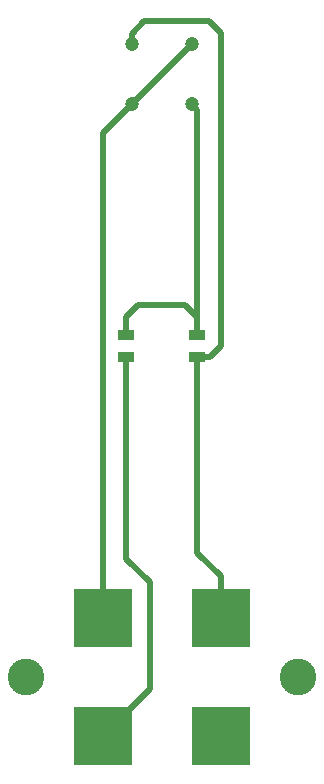
<source format=gbr>
G04 (created by PCBNEW (2013-may-18)-stable) date Пт 28 авг 2015 20:21:17*
%MOIN*%
G04 Gerber Fmt 3.4, Leading zero omitted, Abs format*
%FSLAX34Y34*%
G01*
G70*
G90*
G04 APERTURE LIST*
%ADD10C,0.00393701*%
%ADD11R,0.055X0.035*%
%ADD12R,0.19685X0.19685*%
%ADD13C,0.122047*%
%ADD14C,0.0472441*%
%ADD15C,0.019685*%
G04 APERTURE END LIST*
G54D10*
G54D11*
X10428Y-17191D03*
X10428Y-16441D03*
X12790Y-16441D03*
X12790Y-17191D03*
G54D12*
X9640Y-29808D03*
X13577Y-29808D03*
X9640Y-25871D03*
X13577Y-25871D03*
G54D13*
X7081Y-27840D03*
X16137Y-27840D03*
G54D14*
X12609Y-6761D03*
X10609Y-6761D03*
X10609Y-8761D03*
X12609Y-8761D03*
G54D15*
X12790Y-16441D02*
X12790Y-8942D01*
X12790Y-8942D02*
X12609Y-8761D01*
X10428Y-16441D02*
X10428Y-15832D01*
X12790Y-15832D02*
X12790Y-16441D01*
X12396Y-15438D02*
X12790Y-15832D01*
X10822Y-15438D02*
X12396Y-15438D01*
X10428Y-15832D02*
X10822Y-15438D01*
X10428Y-17191D02*
X10428Y-23903D01*
X11215Y-28233D02*
X9640Y-29808D01*
X11215Y-24690D02*
X11215Y-28233D01*
X10428Y-23903D02*
X11215Y-24690D01*
X9640Y-25871D02*
X9640Y-9729D01*
X9640Y-9729D02*
X12609Y-6761D01*
X10609Y-6761D02*
X10609Y-6399D01*
X13202Y-17191D02*
X13577Y-16816D01*
X13577Y-16816D02*
X13577Y-9729D01*
X13202Y-17191D02*
X12790Y-17191D01*
X13577Y-6383D02*
X13577Y-9729D01*
X13184Y-5989D02*
X13577Y-6383D01*
X11018Y-5989D02*
X13184Y-5989D01*
X10609Y-6399D02*
X11018Y-5989D01*
X12790Y-17191D02*
X12790Y-21934D01*
X13577Y-24493D02*
X12790Y-23706D01*
X12790Y-23706D02*
X12790Y-21934D01*
X13577Y-24493D02*
X13577Y-25871D01*
M02*

</source>
